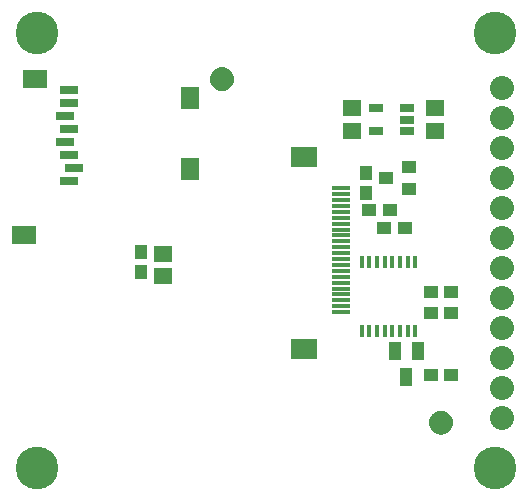
<source format=gbr>
G04 EAGLE Gerber RS-274X export*
G75*
%MOMM*%
%FSLAX34Y34*%
%LPD*%
%INSoldermask Top*%
%IPPOS*%
%AMOC8*
5,1,8,0,0,1.08239X$1,22.5*%
G01*
%ADD10R,2.001600X1.501600*%
%ADD11R,1.501600X1.901600*%
%ADD12R,1.601600X0.801600*%
%ADD13R,1.301600X0.651600*%
%ADD14R,1.601600X1.341600*%
%ADD15C,1.101600*%
%ADD16C,0.500000*%
%ADD17C,3.617600*%
%ADD18R,1.176600X1.101600*%
%ADD19R,1.301600X1.101600*%
%ADD20R,1.101600X1.176600*%
%ADD21R,1.501600X0.351600*%
%ADD22R,2.301600X1.701600*%
%ADD23R,0.406400X1.092200*%
%ADD24R,1.101600X1.501600*%
%ADD25C,2.032000*%


D10*
X-27450Y303340D03*
X-36450Y171340D03*
D11*
X103550Y287340D03*
X103550Y227340D03*
D12*
X1550Y294340D03*
X1550Y283340D03*
X-2450Y272340D03*
X1550Y261340D03*
X-2450Y250340D03*
X1550Y239340D03*
X5550Y228340D03*
X1550Y217340D03*
D13*
X287320Y259740D03*
X287320Y269240D03*
X287320Y278740D03*
X261320Y278740D03*
X261320Y259740D03*
D14*
X311150Y278740D03*
X311150Y259740D03*
X241300Y259740D03*
X241300Y278740D03*
X81280Y155550D03*
X81280Y136550D03*
D15*
X130810Y303530D03*
D16*
X130810Y311030D02*
X130629Y311028D01*
X130448Y311021D01*
X130267Y311010D01*
X130086Y310995D01*
X129906Y310975D01*
X129726Y310951D01*
X129547Y310923D01*
X129369Y310890D01*
X129192Y310853D01*
X129015Y310812D01*
X128840Y310767D01*
X128665Y310717D01*
X128492Y310663D01*
X128321Y310605D01*
X128150Y310543D01*
X127982Y310476D01*
X127815Y310406D01*
X127649Y310332D01*
X127486Y310253D01*
X127325Y310171D01*
X127165Y310085D01*
X127008Y309995D01*
X126853Y309901D01*
X126700Y309804D01*
X126550Y309702D01*
X126402Y309598D01*
X126256Y309489D01*
X126114Y309378D01*
X125974Y309262D01*
X125837Y309144D01*
X125702Y309022D01*
X125571Y308897D01*
X125443Y308769D01*
X125318Y308638D01*
X125196Y308503D01*
X125078Y308366D01*
X124962Y308226D01*
X124851Y308084D01*
X124742Y307938D01*
X124638Y307790D01*
X124536Y307640D01*
X124439Y307487D01*
X124345Y307332D01*
X124255Y307175D01*
X124169Y307015D01*
X124087Y306854D01*
X124008Y306691D01*
X123934Y306525D01*
X123864Y306358D01*
X123797Y306190D01*
X123735Y306019D01*
X123677Y305848D01*
X123623Y305675D01*
X123573Y305500D01*
X123528Y305325D01*
X123487Y305148D01*
X123450Y304971D01*
X123417Y304793D01*
X123389Y304614D01*
X123365Y304434D01*
X123345Y304254D01*
X123330Y304073D01*
X123319Y303892D01*
X123312Y303711D01*
X123310Y303530D01*
X130810Y311030D02*
X130991Y311028D01*
X131172Y311021D01*
X131353Y311010D01*
X131534Y310995D01*
X131714Y310975D01*
X131894Y310951D01*
X132073Y310923D01*
X132251Y310890D01*
X132428Y310853D01*
X132605Y310812D01*
X132780Y310767D01*
X132955Y310717D01*
X133128Y310663D01*
X133299Y310605D01*
X133470Y310543D01*
X133638Y310476D01*
X133805Y310406D01*
X133971Y310332D01*
X134134Y310253D01*
X134295Y310171D01*
X134455Y310085D01*
X134612Y309995D01*
X134767Y309901D01*
X134920Y309804D01*
X135070Y309702D01*
X135218Y309598D01*
X135364Y309489D01*
X135506Y309378D01*
X135646Y309262D01*
X135783Y309144D01*
X135918Y309022D01*
X136049Y308897D01*
X136177Y308769D01*
X136302Y308638D01*
X136424Y308503D01*
X136542Y308366D01*
X136658Y308226D01*
X136769Y308084D01*
X136878Y307938D01*
X136982Y307790D01*
X137084Y307640D01*
X137181Y307487D01*
X137275Y307332D01*
X137365Y307175D01*
X137451Y307015D01*
X137533Y306854D01*
X137612Y306691D01*
X137686Y306525D01*
X137756Y306358D01*
X137823Y306190D01*
X137885Y306019D01*
X137943Y305848D01*
X137997Y305675D01*
X138047Y305500D01*
X138092Y305325D01*
X138133Y305148D01*
X138170Y304971D01*
X138203Y304793D01*
X138231Y304614D01*
X138255Y304434D01*
X138275Y304254D01*
X138290Y304073D01*
X138301Y303892D01*
X138308Y303711D01*
X138310Y303530D01*
X138308Y303349D01*
X138301Y303168D01*
X138290Y302987D01*
X138275Y302806D01*
X138255Y302626D01*
X138231Y302446D01*
X138203Y302267D01*
X138170Y302089D01*
X138133Y301912D01*
X138092Y301735D01*
X138047Y301560D01*
X137997Y301385D01*
X137943Y301212D01*
X137885Y301041D01*
X137823Y300870D01*
X137756Y300702D01*
X137686Y300535D01*
X137612Y300369D01*
X137533Y300206D01*
X137451Y300045D01*
X137365Y299885D01*
X137275Y299728D01*
X137181Y299573D01*
X137084Y299420D01*
X136982Y299270D01*
X136878Y299122D01*
X136769Y298976D01*
X136658Y298834D01*
X136542Y298694D01*
X136424Y298557D01*
X136302Y298422D01*
X136177Y298291D01*
X136049Y298163D01*
X135918Y298038D01*
X135783Y297916D01*
X135646Y297798D01*
X135506Y297682D01*
X135364Y297571D01*
X135218Y297462D01*
X135070Y297358D01*
X134920Y297256D01*
X134767Y297159D01*
X134612Y297065D01*
X134455Y296975D01*
X134295Y296889D01*
X134134Y296807D01*
X133971Y296728D01*
X133805Y296654D01*
X133638Y296584D01*
X133470Y296517D01*
X133299Y296455D01*
X133128Y296397D01*
X132955Y296343D01*
X132780Y296293D01*
X132605Y296248D01*
X132428Y296207D01*
X132251Y296170D01*
X132073Y296137D01*
X131894Y296109D01*
X131714Y296085D01*
X131534Y296065D01*
X131353Y296050D01*
X131172Y296039D01*
X130991Y296032D01*
X130810Y296030D01*
X130629Y296032D01*
X130448Y296039D01*
X130267Y296050D01*
X130086Y296065D01*
X129906Y296085D01*
X129726Y296109D01*
X129547Y296137D01*
X129369Y296170D01*
X129192Y296207D01*
X129015Y296248D01*
X128840Y296293D01*
X128665Y296343D01*
X128492Y296397D01*
X128321Y296455D01*
X128150Y296517D01*
X127982Y296584D01*
X127815Y296654D01*
X127649Y296728D01*
X127486Y296807D01*
X127325Y296889D01*
X127165Y296975D01*
X127008Y297065D01*
X126853Y297159D01*
X126700Y297256D01*
X126550Y297358D01*
X126402Y297462D01*
X126256Y297571D01*
X126114Y297682D01*
X125974Y297798D01*
X125837Y297916D01*
X125702Y298038D01*
X125571Y298163D01*
X125443Y298291D01*
X125318Y298422D01*
X125196Y298557D01*
X125078Y298694D01*
X124962Y298834D01*
X124851Y298976D01*
X124742Y299122D01*
X124638Y299270D01*
X124536Y299420D01*
X124439Y299573D01*
X124345Y299728D01*
X124255Y299885D01*
X124169Y300045D01*
X124087Y300206D01*
X124008Y300369D01*
X123934Y300535D01*
X123864Y300702D01*
X123797Y300870D01*
X123735Y301041D01*
X123677Y301212D01*
X123623Y301385D01*
X123573Y301560D01*
X123528Y301735D01*
X123487Y301912D01*
X123450Y302089D01*
X123417Y302267D01*
X123389Y302446D01*
X123365Y302626D01*
X123345Y302806D01*
X123330Y302987D01*
X123319Y303168D01*
X123312Y303349D01*
X123310Y303530D01*
D15*
X316230Y12700D03*
D16*
X316230Y20200D02*
X316049Y20198D01*
X315868Y20191D01*
X315687Y20180D01*
X315506Y20165D01*
X315326Y20145D01*
X315146Y20121D01*
X314967Y20093D01*
X314789Y20060D01*
X314612Y20023D01*
X314435Y19982D01*
X314260Y19937D01*
X314085Y19887D01*
X313912Y19833D01*
X313741Y19775D01*
X313570Y19713D01*
X313402Y19646D01*
X313235Y19576D01*
X313069Y19502D01*
X312906Y19423D01*
X312745Y19341D01*
X312585Y19255D01*
X312428Y19165D01*
X312273Y19071D01*
X312120Y18974D01*
X311970Y18872D01*
X311822Y18768D01*
X311676Y18659D01*
X311534Y18548D01*
X311394Y18432D01*
X311257Y18314D01*
X311122Y18192D01*
X310991Y18067D01*
X310863Y17939D01*
X310738Y17808D01*
X310616Y17673D01*
X310498Y17536D01*
X310382Y17396D01*
X310271Y17254D01*
X310162Y17108D01*
X310058Y16960D01*
X309956Y16810D01*
X309859Y16657D01*
X309765Y16502D01*
X309675Y16345D01*
X309589Y16185D01*
X309507Y16024D01*
X309428Y15861D01*
X309354Y15695D01*
X309284Y15528D01*
X309217Y15360D01*
X309155Y15189D01*
X309097Y15018D01*
X309043Y14845D01*
X308993Y14670D01*
X308948Y14495D01*
X308907Y14318D01*
X308870Y14141D01*
X308837Y13963D01*
X308809Y13784D01*
X308785Y13604D01*
X308765Y13424D01*
X308750Y13243D01*
X308739Y13062D01*
X308732Y12881D01*
X308730Y12700D01*
X316230Y20200D02*
X316411Y20198D01*
X316592Y20191D01*
X316773Y20180D01*
X316954Y20165D01*
X317134Y20145D01*
X317314Y20121D01*
X317493Y20093D01*
X317671Y20060D01*
X317848Y20023D01*
X318025Y19982D01*
X318200Y19937D01*
X318375Y19887D01*
X318548Y19833D01*
X318719Y19775D01*
X318890Y19713D01*
X319058Y19646D01*
X319225Y19576D01*
X319391Y19502D01*
X319554Y19423D01*
X319715Y19341D01*
X319875Y19255D01*
X320032Y19165D01*
X320187Y19071D01*
X320340Y18974D01*
X320490Y18872D01*
X320638Y18768D01*
X320784Y18659D01*
X320926Y18548D01*
X321066Y18432D01*
X321203Y18314D01*
X321338Y18192D01*
X321469Y18067D01*
X321597Y17939D01*
X321722Y17808D01*
X321844Y17673D01*
X321962Y17536D01*
X322078Y17396D01*
X322189Y17254D01*
X322298Y17108D01*
X322402Y16960D01*
X322504Y16810D01*
X322601Y16657D01*
X322695Y16502D01*
X322785Y16345D01*
X322871Y16185D01*
X322953Y16024D01*
X323032Y15861D01*
X323106Y15695D01*
X323176Y15528D01*
X323243Y15360D01*
X323305Y15189D01*
X323363Y15018D01*
X323417Y14845D01*
X323467Y14670D01*
X323512Y14495D01*
X323553Y14318D01*
X323590Y14141D01*
X323623Y13963D01*
X323651Y13784D01*
X323675Y13604D01*
X323695Y13424D01*
X323710Y13243D01*
X323721Y13062D01*
X323728Y12881D01*
X323730Y12700D01*
X323728Y12519D01*
X323721Y12338D01*
X323710Y12157D01*
X323695Y11976D01*
X323675Y11796D01*
X323651Y11616D01*
X323623Y11437D01*
X323590Y11259D01*
X323553Y11082D01*
X323512Y10905D01*
X323467Y10730D01*
X323417Y10555D01*
X323363Y10382D01*
X323305Y10211D01*
X323243Y10040D01*
X323176Y9872D01*
X323106Y9705D01*
X323032Y9539D01*
X322953Y9376D01*
X322871Y9215D01*
X322785Y9055D01*
X322695Y8898D01*
X322601Y8743D01*
X322504Y8590D01*
X322402Y8440D01*
X322298Y8292D01*
X322189Y8146D01*
X322078Y8004D01*
X321962Y7864D01*
X321844Y7727D01*
X321722Y7592D01*
X321597Y7461D01*
X321469Y7333D01*
X321338Y7208D01*
X321203Y7086D01*
X321066Y6968D01*
X320926Y6852D01*
X320784Y6741D01*
X320638Y6632D01*
X320490Y6528D01*
X320340Y6426D01*
X320187Y6329D01*
X320032Y6235D01*
X319875Y6145D01*
X319715Y6059D01*
X319554Y5977D01*
X319391Y5898D01*
X319225Y5824D01*
X319058Y5754D01*
X318890Y5687D01*
X318719Y5625D01*
X318548Y5567D01*
X318375Y5513D01*
X318200Y5463D01*
X318025Y5418D01*
X317848Y5377D01*
X317671Y5340D01*
X317493Y5307D01*
X317314Y5279D01*
X317134Y5255D01*
X316954Y5235D01*
X316773Y5220D01*
X316592Y5209D01*
X316411Y5202D01*
X316230Y5200D01*
X316049Y5202D01*
X315868Y5209D01*
X315687Y5220D01*
X315506Y5235D01*
X315326Y5255D01*
X315146Y5279D01*
X314967Y5307D01*
X314789Y5340D01*
X314612Y5377D01*
X314435Y5418D01*
X314260Y5463D01*
X314085Y5513D01*
X313912Y5567D01*
X313741Y5625D01*
X313570Y5687D01*
X313402Y5754D01*
X313235Y5824D01*
X313069Y5898D01*
X312906Y5977D01*
X312745Y6059D01*
X312585Y6145D01*
X312428Y6235D01*
X312273Y6329D01*
X312120Y6426D01*
X311970Y6528D01*
X311822Y6632D01*
X311676Y6741D01*
X311534Y6852D01*
X311394Y6968D01*
X311257Y7086D01*
X311122Y7208D01*
X310991Y7333D01*
X310863Y7461D01*
X310738Y7592D01*
X310616Y7727D01*
X310498Y7864D01*
X310382Y8004D01*
X310271Y8146D01*
X310162Y8292D01*
X310058Y8440D01*
X309956Y8590D01*
X309859Y8743D01*
X309765Y8898D01*
X309675Y9055D01*
X309589Y9215D01*
X309507Y9376D01*
X309428Y9539D01*
X309354Y9705D01*
X309284Y9872D01*
X309217Y10040D01*
X309155Y10211D01*
X309097Y10382D01*
X309043Y10555D01*
X308993Y10730D01*
X308948Y10905D01*
X308907Y11082D01*
X308870Y11259D01*
X308837Y11437D01*
X308809Y11616D01*
X308785Y11796D01*
X308765Y11976D01*
X308750Y12157D01*
X308739Y12338D01*
X308732Y12519D01*
X308730Y12700D01*
D17*
X-25400Y342900D03*
X-25400Y-25400D03*
X361950Y342900D03*
X361950Y-25400D03*
D18*
X285360Y177800D03*
X268360Y177800D03*
D19*
X269400Y219710D03*
X289400Y229210D03*
X289400Y210210D03*
D18*
X324730Y123190D03*
X307730Y123190D03*
X324730Y53340D03*
X307730Y53340D03*
X324730Y105410D03*
X307730Y105410D03*
D20*
X252730Y224400D03*
X252730Y207400D03*
D21*
X231690Y211250D03*
X231690Y206250D03*
X231690Y201250D03*
X231690Y196250D03*
X231690Y191250D03*
X231690Y186250D03*
X231690Y181250D03*
X231690Y176250D03*
X231690Y171250D03*
X231690Y166250D03*
X231690Y161250D03*
X231690Y156250D03*
X231690Y151250D03*
X231690Y146250D03*
X231690Y141250D03*
X231690Y136250D03*
X231690Y131250D03*
X231690Y126250D03*
X231690Y121250D03*
X231690Y116250D03*
X231690Y111250D03*
X231690Y106250D03*
D22*
X200190Y237750D03*
X200190Y74750D03*
D18*
X255660Y193040D03*
X272660Y193040D03*
D20*
X62230Y157090D03*
X62230Y140090D03*
D23*
X294530Y148558D03*
X288030Y148558D03*
X281530Y148558D03*
X275030Y148558D03*
X268530Y148558D03*
X262030Y148558D03*
X255530Y148558D03*
X249030Y148558D03*
X249030Y90202D03*
X255530Y90202D03*
X262030Y90202D03*
X268530Y90202D03*
X275030Y90202D03*
X281530Y90202D03*
X288030Y90202D03*
X294530Y90202D03*
D24*
X287020Y51230D03*
X277520Y73230D03*
X296520Y73230D03*
D25*
X368300Y295910D03*
X368300Y270510D03*
X368300Y245110D03*
X368300Y219710D03*
X368300Y194310D03*
X368300Y168910D03*
X368300Y143510D03*
X368300Y118110D03*
X368300Y92710D03*
X368300Y67310D03*
X368300Y41910D03*
X368300Y16510D03*
M02*

</source>
